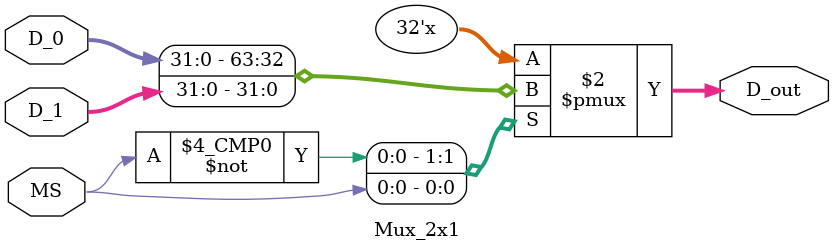
<source format=v>
`timescale 1ns / 1ps

module Mux_2x1 #(parameter P=32)( //MULTIPLEXOR 2X1  DE 32 BITS 

    //INPUTS
    input wire MS,          // SELECTOR
    input wire [P-1:0] D_0, //DATO DE EN LA ENTRADA 0
    input wire [P-1:0] D_1, //DATO DE EN LA ENTRADA 1
    
    //OUTPUTS
    output reg [P-1:0] D_out //SALIDA 
    );

    always @*
        begin
            case(MS)
                1'b0: D_out = D_0;
                1'b1: D_out = D_1;
                default : D_out = D_0;
            endcase
        end

endmodule

</source>
